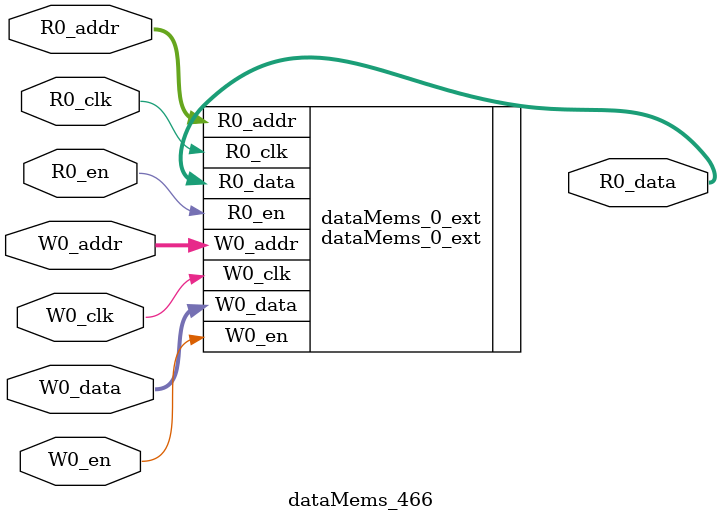
<source format=sv>
`ifndef RANDOMIZE
  `ifdef RANDOMIZE_REG_INIT
    `define RANDOMIZE
  `endif // RANDOMIZE_REG_INIT
`endif // not def RANDOMIZE
`ifndef RANDOMIZE
  `ifdef RANDOMIZE_MEM_INIT
    `define RANDOMIZE
  `endif // RANDOMIZE_MEM_INIT
`endif // not def RANDOMIZE

`ifndef RANDOM
  `define RANDOM $random
`endif // not def RANDOM

// Users can define 'PRINTF_COND' to add an extra gate to prints.
`ifndef PRINTF_COND_
  `ifdef PRINTF_COND
    `define PRINTF_COND_ (`PRINTF_COND)
  `else  // PRINTF_COND
    `define PRINTF_COND_ 1
  `endif // PRINTF_COND
`endif // not def PRINTF_COND_

// Users can define 'ASSERT_VERBOSE_COND' to add an extra gate to assert error printing.
`ifndef ASSERT_VERBOSE_COND_
  `ifdef ASSERT_VERBOSE_COND
    `define ASSERT_VERBOSE_COND_ (`ASSERT_VERBOSE_COND)
  `else  // ASSERT_VERBOSE_COND
    `define ASSERT_VERBOSE_COND_ 1
  `endif // ASSERT_VERBOSE_COND
`endif // not def ASSERT_VERBOSE_COND_

// Users can define 'STOP_COND' to add an extra gate to stop conditions.
`ifndef STOP_COND_
  `ifdef STOP_COND
    `define STOP_COND_ (`STOP_COND)
  `else  // STOP_COND
    `define STOP_COND_ 1
  `endif // STOP_COND
`endif // not def STOP_COND_

// Users can define INIT_RANDOM as general code that gets injected into the
// initializer block for modules with registers.
`ifndef INIT_RANDOM
  `define INIT_RANDOM
`endif // not def INIT_RANDOM

// If using random initialization, you can also define RANDOMIZE_DELAY to
// customize the delay used, otherwise 0.002 is used.
`ifndef RANDOMIZE_DELAY
  `define RANDOMIZE_DELAY 0.002
`endif // not def RANDOMIZE_DELAY

// Define INIT_RANDOM_PROLOG_ for use in our modules below.
`ifndef INIT_RANDOM_PROLOG_
  `ifdef RANDOMIZE
    `ifdef VERILATOR
      `define INIT_RANDOM_PROLOG_ `INIT_RANDOM
    `else  // VERILATOR
      `define INIT_RANDOM_PROLOG_ `INIT_RANDOM #`RANDOMIZE_DELAY begin end
    `endif // VERILATOR
  `else  // RANDOMIZE
    `define INIT_RANDOM_PROLOG_
  `endif // RANDOMIZE
`endif // not def INIT_RANDOM_PROLOG_

// Include register initializers in init blocks unless synthesis is set
`ifndef SYNTHESIS
  `ifndef ENABLE_INITIAL_REG_
    `define ENABLE_INITIAL_REG_
  `endif // not def ENABLE_INITIAL_REG_
`endif // not def SYNTHESIS

// Include rmemory initializers in init blocks unless synthesis is set
`ifndef SYNTHESIS
  `ifndef ENABLE_INITIAL_MEM_
    `define ENABLE_INITIAL_MEM_
  `endif // not def ENABLE_INITIAL_MEM_
`endif // not def SYNTHESIS

module dataMems_466(	// @[generators/ara/src/main/scala/UnsafeAXI4ToTL.scala:365:62]
  input  [4:0]  R0_addr,
  input         R0_en,
  input         R0_clk,
  output [66:0] R0_data,
  input  [4:0]  W0_addr,
  input         W0_en,
  input         W0_clk,
  input  [66:0] W0_data
);

  dataMems_0_ext dataMems_0_ext (	// @[generators/ara/src/main/scala/UnsafeAXI4ToTL.scala:365:62]
    .R0_addr (R0_addr),
    .R0_en   (R0_en),
    .R0_clk  (R0_clk),
    .R0_data (R0_data),
    .W0_addr (W0_addr),
    .W0_en   (W0_en),
    .W0_clk  (W0_clk),
    .W0_data (W0_data)
  );
endmodule


</source>
